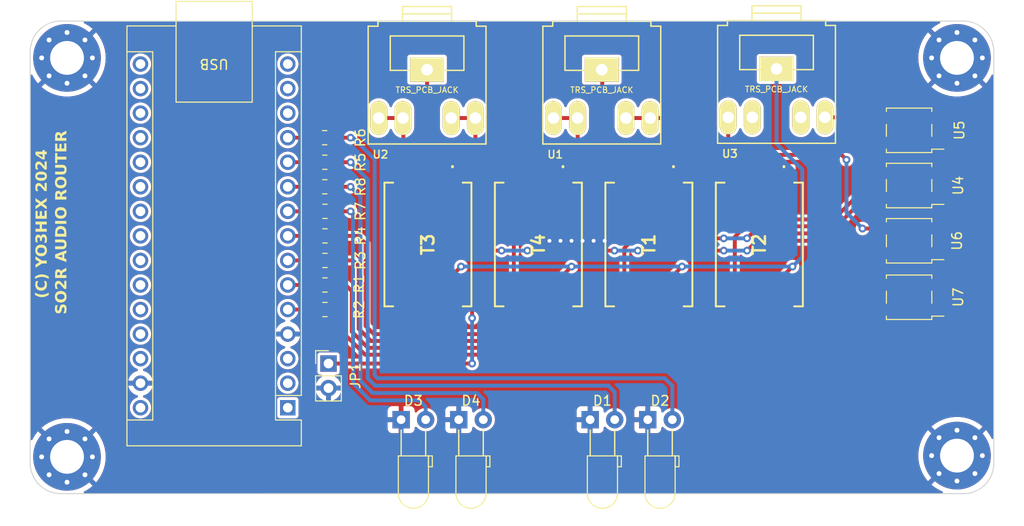
<source format=kicad_pcb>
(kicad_pcb (version 20240108) (generator "pcbnew") (generator_version "8.0")
  (layers (0 "F.Cu" signal) (31 "B.Cu" signal) (34 "B.Paste" user) (35 "F.Paste" user) (36 "B.SilkS" user "B.Silkscreen") (37 "F.SilkS" user "F.Silkscreen") (38 "B.Mask" user) (39 "F.Mask" user) (44 "Edge.Cuts" user))
  (net 0 "")
  (net 1 "GND")
  (net 2 "Net-(T1-Pad1)")
  (net 7 "Net-(T1-Pad3)")
  (net 8 "Net-(T1-Pad4)")
  (net 9 "Net-(T2-Pad4)")
  (net 10 "Net-(T3-Pad1)")
  (net 12 "Net-(T3-Pad3)")
  (net 15 "Net-(T4-Pad4)")
  (net 17 "Net-(T3-Pad4)")
  (net 18 "A_GND")
  (net 19 "L_CHAN")
  (net 20 "R_CHAN")
  (net 21 "P1")
  (net 22 "P2")
  (net 23 "P3")
  (net 24 "P4")
  (net 25 "Net-(R1-Pad1)")
  (net 26 "Net-(R2-Pad1)")
  (net 27 "Net-(R3-Pad1)")
  (net 28 "Net-(R4-Pad1)")
  (net 31 "Net-(T2-Pad3)")
  (net 32 "Net-(T4-Pad3)")
  (net 39 "Net-(A1-D7)")
  (net 45 "Net-(A1-D8)")
  (net 47 "Net-(A1-D9)")
  (net 51 "Net-(A1-D6)")
  (net 52 "5V_VCC")
  (net 57 "Net-(D1-A)")
  (net 58 "Net-(D2-A)")
  (net 59 "Net-(D3-A)")
  (net 60 "Net-(D4-A)")
  (footprint "CUSTOM_FOOTPRINTS:SO-4_4.4x4.3mm_P2.54mm" (layer "F.Cu") (at 204.851 81.28 180)
    (property "Reference" "U4" (at -5.08 0 -90) (layer "F.SilkS"))
    (property "Value" "TLP222A")
    (pad "1" smd rect (at -3 -1.27 90) (size 1.2 2) (layers "F.Cu" "F.Paste" "F.Mask") (net 25 "Net-(R1-Pad1)"))
    (pad "2" smd rect (at -3 1.27 90) (size 1.2 2) (layers "F.Cu" "F.Paste" "F.Mask") (net 1 "GND"))
    (pad "3" smd rect (at 3 1.27 90) (size 1.2 2) (layers "F.Cu" "F.Paste" "F.Mask") (net 19 "L_CHAN"))
    (pad "4" smd rect (at 3 -1.27 90) (size 1.2 2) (layers "F.Cu" "F.Paste" "F.Mask") (net 9 "Net-(T2-Pad4)"))
  )
  (footprint "Resistor_SMD:R_0805_2012Metric_Pad1.20x1.40mm_HandSolder" (layer "F.Cu") (at 144.415 91.567 180)
    (property "Reference" "R1" (at -3.54 0.127 90) (layer "F.SilkS"))
    (property "Value" "470R" (hide yes))
    (pad "1" smd roundrect (at -1 0 180) (size 1.2 1.4) (layers "F.Cu" "F.Paste" "F.Mask") (roundrect_rratio 0.2083333333) (net 25 "Net-(R1-Pad1)"))
    (pad "2" smd roundrect (at 1 0 180) (size 1.2 1.4) (layers "F.Cu" "F.Paste" "F.Mask") (roundrect_rratio 0.2083333333) (net 21 "P1"))
  )
  (footprint "MountingHole:MountingHole_3.5mm_Pad_Via" (layer "F.Cu") (at 117.729 109.347)
    (property "Reference" "H3" (hide yes))
    (property "Value" "MountingHole_Pad")
    (pad "1" thru_hole circle (at -2.625 0) (size 0.8 0.8) (drill 0.5) (layers "*.Cu" "*.Mask") (net 1 "GND"))
    (pad "1" thru_hole circle (at -1.856155 -1.856155) (size 0.8 0.8) (drill 0.5) (layers "*.Cu" "*.Mask") (net 1 "GND"))
    (pad "1" thru_hole circle (at -1.856155 1.856155) (size 0.8 0.8) (drill 0.5) (layers "*.Cu" "*.Mask") (net 1 "GND"))
    (pad "1" thru_hole circle (at 0 -2.625) (size 0.8 0.8) (drill 0.5) (layers "*.Cu" "*.Mask") (net 1 "GND"))
    (pad "1" thru_hole circle (at 0 0) (size 7 7) (drill 3.5) (layers "*.Cu" "*.Mask") (net 1 "GND"))
    (pad "1" thru_hole circle (at 0 2.625) (size 0.8 0.8) (drill 0.5) (layers "*.Cu" "*.Mask") (net 1 "GND"))
    (pad "1" thru_hole circle (at 1.856155 -1.856155) (size 0.8 0.8) (drill 0.5) (layers "*.Cu" "*.Mask") (net 1 "GND"))
    (pad "1" thru_hole circle (at 1.856155 1.856155) (size 0.8 0.8) (drill 0.5) (layers "*.Cu" "*.Mask") (net 1 "GND"))
    (pad "1" thru_hole circle (at 2.625 0) (size 0.8 0.8) (drill 0.5) (layers "*.Cu" "*.Mask") (net 1 "GND"))
  )
  (footprint "LED_THT:LED_D3.0mm_Horizontal_O3.81mm_Z2.0mm" (layer "F.Cu") (at 152.293 105.501)
    (property "Reference" "D3" (at 1.27 -1.96 0) (layer "F.SilkS"))
    (property "Value" "LED")
    (pad "1" thru_hole rect (at 0 0) (size 1.8 1.8) (drill 0.9) (layers "*.Cu" "*.Mask") (net 1 "GND"))
    (pad "2" thru_hole circle (at 2.54 0) (size 1.8 1.8) (drill 0.9) (layers "*.Cu" "*.Mask") (net 59 "Net-(D3-A)"))
  )
  (footprint "LED_THT:LED_D3.0mm_Horizontal_O3.81mm_Z2.0mm" (layer "F.Cu") (at 177.813334 105.501)
    (property "Reference" "D2" (at 1.27 -1.96 0) (layer "F.SilkS"))
    (property "Value" "LED")
    (pad "1" thru_hole rect (at 0 0) (size 1.8 1.8) (drill 0.9) (layers "*.Cu" "*.Mask") (net 1 "GND"))
    (pad "2" thru_hole circle (at 2.54 0) (size 1.8 1.8) (drill 0.9) (layers "*.Cu" "*.Mask") (net 58 "Net-(D2-A)"))
  )
  (footprint "MountingHole:MountingHole_3.5mm_Pad_Via" (layer "F.Cu") (at 209.804 109.22)
    (property "Reference" "H4" (hide yes))
    (property "Value" "MountingHole_Pad")
    (pad "1" thru_hole circle (at -2.625 0) (size 0.8 0.8) (drill 0.5) (layers "*.Cu" "*.Mask") (net 1 "GND"))
    (pad "1" thru_hole circle (at -1.856155 -1.856155) (size 0.8 0.8) (drill 0.5) (layers "*.Cu" "*.Mask") (net 1 "GND"))
    (pad "1" thru_hole circle (at -1.856155 1.856155) (size 0.8 0.8) (drill 0.5) (layers "*.Cu" "*.Mask") (net 1 "GND"))
    (pad "1" thru_hole circle (at 0 -2.625) (size 0.8 0.8) (drill 0.5) (layers "*.Cu" "*.Mask") (net 1 "GND"))
    (pad "1" thru_hole circle (at 0 0) (size 7 7) (drill 3.5) (layers "*.Cu" "*.Mask") (net 1 "GND"))
    (pad "1" thru_hole circle (at 0 2.625) (size 0.8 0.8) (drill 0.5) (layers "*.Cu" "*.Mask") (net 1 "GND"))
    (pad "1" thru_hole circle (at 1.856155 -1.856155) (size 0.8 0.8) (drill 0.5) (layers "*.Cu" "*.Mask") (net 1 "GND"))
    (pad "1" thru_hole circle (at 1.856155 1.856155) (size 0.8 0.8) (drill 0.5) (layers "*.Cu" "*.Mask") (net 1 "GND"))
    (pad "1" thru_hole circle (at 2.625 0) (size 0.8 0.8) (drill 0.5) (layers "*.Cu" "*.Mask") (net 1 "GND"))
  )
  (footprint "Resistor_SMD:R_0805_2012Metric_Pad1.20x1.40mm_HandSolder" (layer "F.Cu") (at 144.415 86.487 180)
    (property "Reference" "R4" (at -3.667 0 -90) (layer "F.SilkS"))
    (property "Value" "470R" (hide yes))
    (pad "1" smd roundrect (at -1 0 180) (size 1.2 1.4) (layers "F.Cu" "F.Paste" "F.Mask") (roundrect_rratio 0.2083333333) (net 28 "Net-(R4-Pad1)"))
    (pad "2" smd roundrect (at 1 0 180) (size 1.2 1.4) (layers "F.Cu" "F.Paste" "F.Mask") (roundrect_rratio 0.2083333333) (net 22 "P2"))
  )
  (footprint "CUSTOM_FOOTPRINTS:SMLP5002E" (layer "F.Cu") (at 166.497 87.376 -90)
    (property "Reference" "T4" (at 0 0 90) (layer "F.SilkS") (effects (font (size 1.27 1.27) (thickness 0.254))))
    (property "Value" "SM-LP-5002E" (hide yes))
    (pad "1" smd rect (at -6 -2.54) (size 1.8 4) (layers "F.Cu" "F.Paste" "F.Mask") (net 10 "Net-(T3-Pad1)"))
    (pad "2" smd rect (at -6 0) (size 1.8 4) (layers "F.Cu" "F.Paste" "F.Mask"))
    (pad "3" smd rect (at -6 2.54) (size 1.8 4) (layers "F.Cu" "F.Paste" "F.Mask") (net 32 "Net-(T4-Pad3)"))
    (pad "4" smd rect (at 6 2.54) (size 1.8 4) (layers "F.Cu" "F.Paste" "F.Mask") (net 15 "Net-(T4-Pad4)"))
    (pad "5" smd rect (at 6 0) (size 1.8 4) (layers "F.Cu" "F.Paste" "F.Mask"))
    (pad "6" smd rect (at 6 -2.54) (size 1.8 4) (layers "F.Cu" "F.Paste" "F.Mask") (net 18 "A_GND"))
  )
  (footprint "MountingHole:MountingHole_3.5mm_Pad_Via" (layer "F.Cu") (at 117.729 68.072)
    (property "Reference" "H1" (hide yes))
    (property "Value" "MountingHole_Pad")
    (pad "1" thru_hole circle (at -2.625 0) (size 0.8 0.8) (drill 0.5) (layers "*.Cu" "*.Mask") (net 1 "GND"))
    (pad "1" thru_hole circle (at -1.856155 -1.856155) (size 0.8 0.8) (drill 0.5) (layers "*.Cu" "*.Mask") (net 1 "GND"))
    (pad "1" thru_hole circle (at -1.856155 1.856155) (size 0.8 0.8) (drill 0.5) (layers "*.Cu" "*.Mask") (net 1 "GND"))
    (pad "1" thru_hole circle (at 0 -2.625) (size 0.8 0.8) (drill 0.5) (layers "*.Cu" "*.Mask") (net 1 "GND"))
    (pad "1" thru_hole circle (at 0 0) (size 7 7) (drill 3.5) (layers "*.Cu" "*.Mask") (net 1 "GND"))
    (pad "1" thru_hole circle (at 0 2.625) (size 0.8 0.8) (drill 0.5) (layers "*.Cu" "*.Mask") (net 1 "GND"))
    (pad "1" thru_hole circle (at 1.856155 -1.856155) (size 0.8 0.8) (drill 0.5) (layers "*.Cu" "*.Mask") (net 1 "GND"))
    (pad "1" thru_hole circle (at 1.856155 1.856155) (size 0.8 0.8) (drill 0.5) (layers "*.Cu" "*.Mask") (net 1 "GND"))
    (pad "1" thru_hole circle (at 2.625 0) (size 0.8 0.8) (drill 0.5) (layers "*.Cu" "*.Mask") (net 1 "GND"))
  )
  (footprint "Resistor_SMD:R_0805_2012Metric_Pad1.20x1.40mm_HandSolder" (layer "F.Cu") (at 144.415 83.947 180)
    (property "Reference" "R7" (at -3.667 0 -90) (layer "F.SilkS"))
    (property "Value" "470R")
    (pad "1" smd roundrect (at -1 0 180) (size 1.2 1.4) (layers "F.Cu" "F.Paste" "F.Mask") (roundrect_rratio 0.2083333333) (net 59 "Net-(D3-A)"))
    (pad "2" smd roundrect (at 1 0 180) (size 1.2 1.4) (layers "F.Cu" "F.Paste" "F.Mask") (roundrect_rratio 0.2083333333) (net 51 "Net-(A1-D6)"))
  )
  (footprint "Module:Arduino_Nano" (layer "F.Cu") (at 140.569 104.267 180)
    (property "Reference" "A1" (hide yes))
    (property "Value" "Arduino_Nano_v3.x")
    (fp_text user "USB" (at 7.62 35.56 180) (layer "F.SilkS"))
    (pad "1" thru_hole rect (at 0 0 180) (size 1.6 1.6) (drill 1) (layers "*.Cu" "*.Mask"))
    (pad "2" thru_hole oval (at 0 2.54 180) (size 1.6 1.6) (drill 1) (layers "*.Cu" "*.Mask"))
    (pad "3" thru_hole oval (at 0 5.08 180) (size 1.6 1.6) (drill 1) (layers "*.Cu" "*.Mask"))
    (pad "4" thru_hole oval (at 0 7.62 180) (size 1.6 1.6) (drill 1) (layers "*.Cu" "*.Mask") (net 1 "GND"))
    (pad "5" thru_hole oval (at 0 10.16 180) (size 1.6 1.6) (drill 1) (layers "*.Cu" "*.Mask") (net 24 "P4"))
    (pad "6" thru_hole oval (at 0 12.7 180) (size 1.6 1.6) (drill 1) (layers "*.Cu" "*.Mask") (net 21 "P1"))
    (pad "7" thru_hole oval (at 0 15.24 180) (size 1.6 1.6) (drill 1) (layers "*.Cu" "*.Mask") (net 23 "P3"))
    (pad "8" thru_hole oval (at 0 17.78 180) (size 1.6 1.6) (drill 1) (layers "*.Cu" "*.Mask") (net 22 "P2"))
    (pad "9" thru_hole oval (at 0 20.32 180) (size 1.6 1.6) (drill 1) (layers "*.Cu" "*.Mask") (net 51 "Net-(A1-D6)"))
    (pad "10" thru_hole oval (at 0 22.86 180) (size 1.6 1.6) (drill 1) (layers "*.Cu" "*.Mask") (net 39 "Net-(A1-D7)"))
    (pad "11" thru_hole oval (at 0 25.4 180) (size 1.6 1.6) (drill 1) (layers "*.Cu" "*.Mask") (net 45 "Net-(A1-D8)"))
    (pad "12" thru_hole oval (at 0 27.94 180) (size 1.6 1.6) (drill 1) (layers "*.Cu" "*.Mask") (net 47 "Net-(A1-D9)"))
    (pad "13" thru_hole oval (at 0 30.48 180) (size 1.6 1.6) (drill 1) (layers "*.Cu" "*.Mask"))
    (pad "14" thru_hole oval (at 0 33.02 180) (size 1.6 1.6) (drill 1) (layers "*.Cu" "*.Mask"))
    (pad "15" thru_hole oval (at 0 35.56 180) (size 1.6 1.6) (drill 1) (layers "*.Cu" "*.Mask"))
    (pad "16" thru_hole oval (at 15.24 35.56 180) (size 1.6 1.6) (drill 1) (layers "*.Cu" "*.Mask"))
    (pad "17" thru_hole oval (at 15.24 33.02 180) (size 1.6 1.6) (drill 1) (layers "*.Cu" "*.Mask"))
    (pad "18" thru_hole oval (at 15.24 30.48 180) (size 1.6 1.6) (drill 1) (layers "*.Cu" "*.Mask"))
    (pad "19" thru_hole oval (at 15.24 27.94 180) (size 1.6 1.6) (drill 1) (layers "*.Cu" "*.Mask"))
    (pad "20" thru_hole oval (at 15.24 25.4 180) (size 1.6 1.6) (drill 1) (layers "*.Cu" "*.Mask"))
    (pad "21" thru_hole oval (at 15.24 22.86 180) (size 1.6 1.6) (drill 1) (layers "*.Cu" "*.Mask"))
    (pad "22" thru_hole oval (at 15.24 20.32 180) (size 1.6 1.6) (drill 1) (layers "*.Cu" "*.Mask"))
    (pad "23" thru_hole oval (at 15.24 17.78 180) (size 1.6 1.6) (drill 1) (layers "*.Cu" "*.Mask"))
    (pad "24" thru_hole oval (at 15.24 15.24 180) (size 1.6 1.6) (drill 1) (layers "*.Cu" "*.Mask"))
    (pad "25" thru_hole oval (at 15.24 12.7 180) (size 1.6 1.6) (drill 1) (layers "*.Cu" "*.Mask"))
    (pad "26" thru_hole oval (at 15.24 10.16 180) (size 1.6 1.6) (drill 1) (layers "*.Cu" "*.Mask"))
    (pad "27" thru_hole oval (at 15.24 7.62 180) (size 1.6 1.6) (drill 1) (layers "*.Cu" "*.Mask") (net 52 "5V_VCC"))
    (pad "28" thru_hole oval (at 15.24 5.08 180) (size 1.6 1.6) (drill 1) (layers "*.Cu" "*.Mask"))
    (pad "29" thru_hole oval (at 15.24 2.54 180) (size 1.6 1.6) (drill 1) (layers "*.Cu" "*.Mask") (net 1 "GND"))
    (pad "30" thru_hole oval (at 15.24 0 180) (size 1.6 1.6) (drill 1) (layers "*.Cu" "*.Mask"))
  )
  (footprint "CUSTOM_FOOTPRINTS:SMLP5002E" (layer "F.Cu") (at 155.067 87.376 -90)
    (property "Reference" "T3" (at 0 0 90) (layer "F.SilkS") (effects (font (size 1.27 1.27) (thickness 0.254))))
    (property "Value" "SM-LP-5002E" (hide yes))
    (pad "1" smd rect (at -6 -2.54) (size 1.8 4) (layers "F.Cu" "F.Paste" "F.Mask") (net 10 "Net-(T3-Pad1)"))
    (pad "2" smd rect (at -6 0) (size 1.8 4) (layers "F.Cu" "F.Paste" "F.Mask"))
    (pad "3" smd rect (at -6 2.54) (size 1.8 4) (layers "F.Cu" "F.Paste" "F.Mask") (net 12 "Net-(T3-Pad3)"))
    (pad "4" smd rect (at 6 2.54) (size 1.8 4) (layers "F.Cu" "F.Paste" "F.Mask") (net 17 "Net-(T3-Pad4)"))
    (pad "5" smd rect (at 6 0) (size 1.8 4) (layers "F.Cu" "F.Paste" "F.Mask"))
    (pad "6" smd rect (at 6 -2.54) (size 1.8 4) (layers "F.Cu" "F.Paste" "F.Mask") (net 18 "A_GND"))
  )
  (footprint "Resistor_SMD:R_0805_2012Metric_Pad1.20x1.40mm_HandSolder" (layer "F.Cu") (at 144.415 94.107 180)
    (property "Reference" "R2" (at -3.54 0 -90) (layer "F.SilkS"))
    (property "Value" "470R" (hide yes))
    (pad "1" smd roundrect (at -1 0 180) (size 1.2 1.4) (layers "F.Cu" "F.Paste" "F.Mask") (roundrect_rratio 0.2083333333) (net 26 "Net-(R2-Pad1)"))
    (pad "2" smd roundrect (at 1 0 180) (size 1.2 1.4) (layers "F.Cu" "F.Paste" "F.Mask") (roundrect_rratio 0.2083333333) (net 24 "P4"))
  )
  (footprint "LED_THT:LED_D3.0mm_Horizontal_O3.81mm_Z2.0mm" (layer "F.Cu") (at 158.255333 105.501)
    (property "Reference" "D4" (at 1.27 -1.96 0) (layer "F.SilkS"))
    (property "Value" "LED")
    (pad "1" thru_hole rect (at 0 0) (size 1.8 1.8) (drill 0.9) (layers "*.Cu" "*.Mask") (net 1 "GND"))
    (pad "2" thru_hole circle (at 2.54 0) (size 1.8 1.8) (drill 0.9) (layers "*.Cu" "*.Mask") (net 60 "Net-(D4-A)"))
  )
  (footprint "CUSTOM_FOOTPRINTS:SMLP5002E" (layer "F.Cu") (at 177.927 87.376 -90)
    (property "Reference" "T1" (at 0 0 90) (layer "F.SilkS") (effects (font (size 1.27 1.27) (thickness 0.254))))
    (property "Value" "SM-LP-5002E" (hide yes))
    (pad "1" smd rect (at -6 -2.54) (size 1.8 4) (layers "F.Cu" "F.Paste" "F.Mask") (net 2 "Net-(T1-Pad1)"))
    (pad "2" smd rect (at -6 0) (size 1.8 4) (layers "F.Cu" "F.Paste" "F.Mask"))
    (pad "3" smd rect (at -6 2.54) (size 1.8 4) (layers "F.Cu" "F.Paste" "F.Mask") (net 7 "Net-(T1-Pad3)"))
    (pad "4" smd rect (at 6 2.54) (size 1.8 4) (layers "F.Cu" "F.Paste" "F.Mask") (net 8 "Net-(T1-Pad4)"))
    (pad "5" smd rect (at 6 0) (size 1.8 4) (layers "F.Cu" "F.Paste" "F.Mask"))
    (pad "6" smd rect (at 6 -2.54) (size 1.8 4) (layers "F.Cu" "F.Paste" "F.Mask") (net 18 "A_GND"))
  )
  (footprint "CUSTOM_FOOTPRINTS:SMLP5002E" (layer "F.Cu") (at 189.357 87.376 -90)
    (property "Reference" "T2" (at 0 0 90) (layer "F.SilkS") (effects (font (size 1.27 1.27) (thickness 0.254))))
    (property "Value" "SM-LP-5002E" (hide yes))
    (pad "1" smd rect (at -6 -2.54) (size 1.8 4) (layers "F.Cu" "F.Paste" "F.Mask") (net 2 "Net-(T1-Pad1)"))
    (pad "2" smd rect (at -6 0) (size 1.8 4) (layers "F.Cu" "F.Paste" "F.Mask"))
    (pad "3" smd rect (at -6 2.54) (size 1.8 4) (layers "F.Cu" "F.Paste" "F.Mask") (net 31 "Net-(T2-Pad3)"))
    (pad "4" smd rect (at 6 2.54) (size 1.8 4) (layers "F.Cu" "F.Paste" "F.Mask") (net 9 "Net-(T2-Pad4)"))
    (pad "5" smd rect (at 6 0) (size 1.8 4) (layers "F.Cu" "F.Paste" "F.Mask"))
    (pad "6" smd rect (at 6 -2.54) (size 1.8 4) (layers "F.Cu" "F.Paste" "F.Mask") (net 18 "A_GND"))
  )
  (footprint "MountingHole:MountingHole_3.5mm_Pad_Via" (layer "F.Cu") (at 209.804 68.072)
    (property "Reference" "H2" (hide yes))
    (property "Value" "MountingHole_Pad" (hide yes))
    (pad "1" thru_hole circle (at -2.625 0) (size 0.8 0.8) (drill 0.5) (layers "*.Cu" "*.Mask") (net 1 "GND"))
    (pad "1" thru_hole circle (at -1.856155 -1.856155) (size 0.8 0.8) (drill 0.5) (layers "*.Cu" "*.Mask") (net 1 "GND"))
    (pad "1" thru_hole circle (at -1.856155 1.856155) (size 0.8 0.8) (drill 0.5) (layers "*.Cu" "*.Mask") (net 1 "GND"))
    (pad "1" thru_hole circle (at 0 -2.625) (size 0.8 0.8) (drill 0.5) (layers "*.Cu" "*.Mask") (net 1 "GND"))
    (pad "1" thru_hole circle (at 0 0) (size 7 7) (drill 3.5) (layers "*.Cu" "*.Mask") (net 1 "GND"))
    (pad "1" thru_hole circle (at 0 2.625) (size 0.8 0.8) (drill 0.5) (layers "*.Cu" "*.Mask") (net 1 "GND"))
    (pad "1" thru_hole circle (at 1.856155 -1.856155) (size 0.8 0.8) (drill 0.5) (layers "*.Cu" "*.Mask") (net 1 "GND"))
    (pad "1" thru_hole circle (at 1.856155 1.856155) (size 0.8 0.8) (drill 0.5) (layers "*.Cu" "*.Mask") (net 1 "GND"))
    (pad "1" thru_hole circle (at 2.625 0) (size 0.8 0.8) (drill 0.5) (layers "*.Cu" "*.Mask") (net 1 "GND"))
  )
  (footprint "Connector_PinHeader_2.54mm:PinHeader_1x02_P2.54mm_Vertical" (layer "F.Cu") (at 144.78 99.695)
    (property "Reference" "JP1" (at 2.794001 1.269999 -90) (layer "F.SilkS"))
    (property "Value" "GND LIFT")
    (pad "1" thru_hole rect (at 0 0) (size 1.7 1.7) (drill 1) (layers "*.Cu" "*.Mask") (net 18 "A_GND"))
    (pad "2" thru_hole oval (at 0 2.54) (size 1.7 1.7) (drill 1) (layers "*.Cu" "*.Mask") (net 1 "GND"))
  )
  (footprint "Resistor_SMD:R_0805_2012Metric_Pad1.20x1.40mm_HandSolder" (layer "F.Cu") (at 144.399 78.867 180)
    (property "Reference" "R5" (at -3.683 0 -90) (layer "F.SilkS"))
    (property "Value" "470R")
    (pad "1" smd roundrect (at -1 0 180) (size 1.2 1.4) (layers "F.Cu" "F.Paste" "F.Mask") (roundrect_rratio 0.2083333333) (net 57 "Net-(D1-A)"))
    (pad "2" smd roundrect (at 1 0 180) (size 1.2 1.4) (layers "F.Cu" "F.Paste" "F.Mask") (roundrect_rratio 0.2083333333) (net 45 "Net-(A1-D8)"))
  )
  (footprint "CUSTOM_FOOTPRINTS:SO-4_4.4x4.3mm_P2.54mm" (layer "F.Cu") (at 204.851 86.995 180)
    (property "Reference" "U6" (at -4.953 0 -90) (layer "F.SilkS"))
    (property "Value" "TLP222A")
    (pad "1" smd rect (at -3 -1.27 90) (size 1.2 2) (layers "F.Cu" "F.Paste" "F.Mask") (net 27 "Net-(R3-Pad1)"))
    (pad "2" smd rect (at -3 1.27 90) (size 1.2 2) (layers "F.Cu" "F.Paste" "F.Mask") (net 1 "GND"))
    (pad "3" smd rect (at 3 1.27 90) (size 1.2 2) (layers "F.Cu" "F.Paste" "F.Mask") (net 20 "R_CHAN"))
    (pad "4" smd rect (at 3 -1.27 90) (size 1.2 2) (layers "F.Cu" "F.Paste" "F.Mask") (net 8 "Net-(T1-Pad4)"))
  )
  (footprint "LED_THT:LED_D3.0mm_Horizontal_O3.81mm_Z2.0mm" (layer "F.Cu") (at 171.851 105.501)
    (property "Reference" "D1" (at 1.27 -1.96 0) (layer "F.SilkS"))
    (property "Value" "LED")
    (pad "1" thru_hole rect (at 0 0) (size 1.8 1.8) (drill 0.9) (layers "*.Cu" "*.Mask") (net 1 "GND"))
    (pad "2" thru_hole circle (at 2.54 0) (size 1.8 1.8) (drill 0.9) (layers "*.Cu" "*.Mask") (net 57 "Net-(D1-A)"))
  )
  (footprint "CUSTOM_FOOTPRINTS:STEREO_3.5MM_PCB" (layer "F.Cu") (at 173.0575 70.885)
    (property "Reference" "U1" (at -4.826 7.1755 180) (layer "F.SilkS") (effects (font (size 0.8 0.8))))
    (property "Value" "TRS_PCB_JACK" (at 0 0.508 180) (layer "F.SilkS") (effects (font (size 0.6 0.6) (thickness 0.1))))
    (pad "R" thru_hole oval (at 5 3.41) (size 1.75 3.5) (drill 1.2) (layers "*.Cu" "*.Mask" "F.SilkS") (net 31 "Net-(T2-Pad3)"))
    (pad "RN" thru_hole oval (at 2.5 3.41) (size 1.75 3.5) (drill 1.2) (layers "*.Cu" "*.Mask" "F.SilkS") (net 31 "Net-(T2-Pad3)"))
    (pad "S" thru_hole rect (at 0 -1.596) (size 3.5 2.5) (drill 1.2) (layers "*.Cu" "*.Mask" "F.SilkS") (net 2 "Net-(T1-Pad1)"))
    (pad "T" thru_hole oval (at -5 3.41) (size 1.75 3.5) (drill 1.2) (layers "*.Cu" "*.Mask" "F.SilkS") (net 7 "Net-(T1-Pad3)"))
    (pad "TN" thru_hole oval (at -2.5 3.41) (size 1.75 3.5) (drill 1.2) (layers "*.Cu" "*.Mask" "F.SilkS") (net 7 "Net-(T1-Pad3)"))
  )
  (footprint "CUSTOM_FOOTPRINTS:STEREO_3.5MM_PCB" (layer "F.Cu") (at 191.135 70.811)
    (property "Reference" "U3" (at -4.826 7.1755 0) (layer "F.SilkS") (effects (font (size 0.8 0.8))))
    (property "Value" "TRS_PCB_JACK" (at 0 0.508 0) (layer "F.SilkS") (effects (font (size 0.6 0.6) (thickness 0.1))))
    (pad "R" thru_hole oval (at 5 3.41) (size 1.75 3.5) (drill 1.2) (layers "*.Cu" "*.Mask" "F.SilkS") (net 19 "L_CHAN"))
    (pad "RN" thru_hole oval (at 2.5 3.41) (size 1.75 3.5) (drill 1.2) (layers "*.Cu" "*.Mask" "F.SilkS"))
    (pad "S" thru_hole rect (at 0 -1.596) (size 3.5 2.5) (drill 1.2) (layers "*.Cu" "*.Mask" "F.SilkS") (net 18 "A_GND"))
    (pad "T" thru_hole oval (at -5 3.41) (size 1.75 3.5) (drill 1.2) (layers "*.Cu" "*.Mask" "F.SilkS") (net 20 "R_CHAN"))
    (pad "TN" thru_hole oval (at -2.5 3.41) (size 1.75 3.5) (drill 1.2) (layers "*.Cu" "*.Mask" "F.SilkS"))
  )
  (footprint "Resistor_SMD:R_0805_2012Metric_Pad1.20x1.40mm_HandSolder" (layer "F.Cu") (at 144.383 76.327 180)
    (property "Reference" "R6" (at -3.699 0 -90) (layer "F.SilkS"))
    (property "Value" "470R")
    (pad "1" smd roundrect (at -1 0 180) (size 1.2 1.4) (layers "F.Cu" "F.Paste" "F.Mask") (roundrect_rratio 0.2083333333) (net 58 "Net-(D2-A)"))
    (pad "2" smd roundrect (at 1 0 180) (size 1.2 1.4) (layers "F.Cu" "F.Paste" "F.Mask") (roundrect_rratio 0.2083333333) (net 47 "Net-(A1-D9)"))
  )
  (footprint "Resistor_SMD:R_0805_2012Metric_Pad1.20x1.40mm_HandSolder" (layer "F.Cu") (at 144.415 89.027 180)
    (property "Reference" "R3" (at -3.667 0 -90) (layer "F.SilkS"))
    (property "Value" "470R" (hide yes))
    (pad "1" smd roundrect (at -1 0 180) (size 1.2 1.4) (layers "F.Cu" "F.Paste" "F.Mask") (roundrect_rratio 0.2083333333) (net 27 "Net-(R3-Pad1)"))
    (pad "2" smd roundrect (at 1 0 180) (size 1.2 1.4) (layers "F.Cu" "F.Paste" "F.Mask") (roundrect_rratio 0.2083333333) (net 23 "P3"))
  )
  (footprint "CUSTOM_FOOTPRINTS:SO-4_4.4x4.3mm_P2.54mm" (layer "F.Cu") (at 204.851 92.837 180)
    (property "Reference" "U7" (at -5.08 0 -90) (layer "F.SilkS"))
    (property "Value" "TLP222A")
    (pad "1" smd rect (at -3 -1.27 90) (size 1.2 2) (layers "F.Cu" "F.Paste" "F.Mask") (net 28 "Net-(R4-Pad1)"))
    (pad "2" smd rect (at -3 1.27 90) (size 1.2 2) (layers "F.Cu" "F.Paste" "F.Mask") (net 1 "GND"))
    (pad "3" smd rect (at 3 1.27 90) (size 1.2 2) (layers "F.Cu" "F.Paste" "F.Mask") (net 20 "R_CHAN"))
    (pad "4" smd rect (at 3 -1.27 90) (size 1.2 2) (layers "F.Cu" "F.Paste" "F.Mask") (net 17 "Net-(T3-Pad4)"))
  )
  (footprint "CUSTOM_FOOTPRINTS:SO-4_4.4x4.3mm_P2.54mm" (layer "F.Cu") (at 204.851 75.565 180)
    (property "Reference" "U5" (at -5.207 0 -90) (layer "F.SilkS"))
    (property "Value" "TLP222A" (hide yes))
    (pad "1" smd rect (at -3 -1.27 90) (size 1.2 2) (layers "F.Cu" "F.Paste" "F.Mask") (net 26 "Net-(R2-Pad1)"))
    (pad "2" smd rect (at -3 1.27 90) (size 1.2 2) (layers "F.Cu" "F.Paste" "F.Mask") (net 1 "GND"))
    (pad "3" smd rect (at 3 1.27 90) (size 1.2 2) (layers "F.Cu" "F.Paste" "F.Mask") (net 19 "L_CHAN"))
    (pad "4" smd rect (at 3 -1.27 90) (size 1.2 2) (layers "F.Cu" "F.Paste" "F.Mask") (net 15 "Net-(T4-Pad4)"))
  )
  (footprint "Resistor_SMD:R_0805_2012Metric_Pad1.20x1.40mm_HandSolder" (layer "F.Cu") (at 144.399 81.407 180)
    (property "Reference" "R8" (at -3.683 0 -90) (layer "F.SilkS"))
    (property "Value" "470R")
    (pad "1" smd roundrect (at -1 0 180) (size 1.2 1.4) (layers "F.Cu" "F.Paste" "F.Mask") (roundrect_rratio 0.2083333333) (net 60 "Net-(D4-A)"))
    (pad "2" smd roundrect (at 1 0 180) (size 1.2 1.4) (layers "F.Cu" "F.Paste" "F.Mask") (roundrect_rratio 0.2083333333) (net 39 "Net-(A1-D7)"))
  )
  (footprint "CUSTOM_FOOTPRINTS:STEREO_3.5MM_PCB" (layer "F.Cu") (at 154.98 70.885)
    (property "Reference" "U2" (at -4.826 7.1755 180) (layer "F.SilkS") (effects (font (size 0.8 0.8))))
    (property "Value" "TRS_PCB_JACK" (at 0 0.508 180) (layer "F.SilkS") (effects (font (size 0.6 0.6) (thickness 0.1))))
    (pad "R" thru_hole oval (at 5 3.41) (size 1.75 3.5) (drill 1.2) (layers "*.Cu" "*.Mask" "F.SilkS") (net 32 "Net-(T4-Pad3)"))
    (pad "RN" thru_hole oval (at 2.5 3.41) (size 1.75 3.5) (drill 1.2) (layers "*.Cu" "*.Mask" "F.SilkS") (net 32 "Net-(T4-Pad3)"))
    (pad "S" thru_hole rect (at 0 -1.596) (size 3.5 2.5) (drill 1.2) (layers "*.Cu" "*.Mask" "F.SilkS") (net 10 "Net-(T3-Pad1)"))
    (pad "T" thru_hole oval (at -5 3.41) (size 1.75 3.5) (drill 1.2) (layers "*.Cu" "*.Mask" "F.SilkS") (net 12 "Net-(T3-Pad3)"))
    (pad "TN" thru_hole oval (at -2.5 3.41) (size 1.75 3.5) (drill 1.2) (layers "*.Cu" "*.Mask" "F.SilkS") (net 12 "Net-(T3-Pad3)"))
  )
  (gr_arc (start 213.614 110.106847) (mid 212.666249 112.268) (end 210.488605 113.156069) (stroke (width 0.1)) (layer "Edge.Cuts"))
  (gr_line (start 213.614 67.437) (end 213.614 110.106847) (stroke (width 0.1)) (layer "Edge.Cuts"))
  (gr_line (start 117.094032 113.157) (end 210.488605 113.156069) (stroke (width 0.1)) (layer "Edge.Cuts"))
  (gr_line (start 117.094 64.262) (end 210.439 64.262) (stroke (width 0.1)) (layer "Edge.Cuts"))
  (gr_line (start 113.919 67.437) (end 113.919 109.982) (stroke (width 0.1)) (layer "Edge.Cuts"))
  (gr_arc (start 210.439 64.262) (mid 212.684064 65.191936) (end 213.614 67.437) (stroke (width 0.1)) (layer "Edge.Cuts"))
  (gr_arc (start 113.919 67.437) (mid 114.848936 65.191936) (end 117.094 64.262) (stroke (width 0.1)) (layer "Edge.Cuts"))
  (gr_arc (start 117.094032 113.157) (mid 114.848936 112.227064) (end 113.919 109.982) (stroke (width 0.1)) (layer "Edge.Cuts"))
  (gr_text "SO2R AUDIO ROUTER" (at 117.856 94.615 90) (layer "F.SilkS") (effects (font (size 1.143 1.143) (thickness 0.2) (bold yes)) (justify left bottom)))
  (gr_text "(C) YO3HEX 2024" (at 115.824 92.964 90) (layer "F.SilkS") (effects (font (size 1.143 1.143) (thickness 0.2) (bold yes)) (justify left bottom)))
  (via (at 168.783 86.995) (size 0.8) (drill 0.4) (layers "F.Cu" "B.Cu") (net 1))
  (via (at 167.64 86.995) (size 0.8) (drill 0.4) (layers "F.Cu" "B.Cu") (net 1))
  (via (at 171.069 86.995) (size 0.8) (drill 0.4) (layers "F.Cu" "B.Cu") (net 1))
  (via (at 169.926 86.995) (size 0.8) (drill 0.4) (layers "F.Cu" "B.Cu") (net 1))
  (via (at 173.355 86.995) (size 0.8) (drill 0.4) (layers "F.Cu" "B.Cu") (net 1))
  (via (at 172.212 86.995) (size 0.8) (drill 0.4) (layers "F.Cu" "B.Cu") (net 1))
  (segment (start 180.467 81.376) (end 180.467 84.201) (width 0.4064) (layer "F.Cu") (net 2))
  (segment (start 181.229 84.963) (end 186.436 84.963) (width 0.4064) (layer "F.Cu") (net 2))
  (segment (start 179.578 77.851) (end 175.26 77.851) (width 0.4064) (layer "F.Cu") (net 2))
  (segment (start 186.436 84.963) (end 187.325 84.074) (width 0.4064) (layer "F.Cu") (net 2))
  (segment (start 180.467 84.201) (end 181.229 84.963) (width 0.4064) (layer "F.Cu") (net 2))
  (segment (start 187.325 84.074) (end 191.389 84.074) (width 0.4064) (layer "F.Cu") (net 2))
  (segment (start 180.467 81.376) (end 180.467 78.74) (width 0.4064) (layer "F.Cu") (net 2))
  (segment (start 175.26 77.851) (end 173.101 75.692) (width 0.4064) (layer "F.Cu") (net 2))
  (segment (start 173.101 75.692) (end 173.101 69.3325) (width 0.4064) (layer "F.Cu") (net 2))
  (segment (start 180.467 78.74) (end 179.578 77.851) (width 0.4064) (layer "F.Cu") (net 2))
  (segment (start 191.897 83.566) (end 191.897 81.376) (width 0.4064) (layer "F.Cu") (net 2))
  (segment (start 191.389 84.074) (end 191.897 83.566) (width 0.4064) (layer "F.Cu") (net 2))
  (segment (start 170.561 74.2985) (end 170.5575 74.295) (width 0.4064) (layer "F.Cu") (net 7))
  (segment (start 174.086 81.376) (end 170.561 77.851) (width 0.4064) (layer "F.Cu") (net 7))
  (segment (start 175.387 81.376) (end 174.086 81.376) (width 0.4064) (layer "F.Cu") (net 7))
  (segment (start 168.0575 74.295) (end 170.5575 74.295) (width 0.4064) (layer "F.Cu") (net 7))
  (segment (start 170.561 77.851) (end 170.561 74.2985) (width 0.4064) (layer "F.Cu") (net 7))
  (segment (start 176.403 86.741) (end 175.387 87.757) (width 0.4064) (layer "F.Cu") (net 8))
  (segment (start 188.580894 86.233) (end 188.079947 86.733947) (width 0.4064) (layer "F.Cu") (net 8))
  (segment (start 175.387 87.757) (end 175.387 93.376) (width 0.4064) (layer "F.Cu") (net 8))
  (segment (start 197.612 86.233) (end 188.580894 86.233) (width 0.4064) (layer "F.Cu") (net 8))
  (segment (start 185.674 86.741) (end 176.403 86.741) (width 0.4064) (layer "F.Cu") (net 8))
  (segment (start 199.644 88.265) (end 197.612 86.233) (width 0.4064) (layer "F.Cu") (net 8))
  (segment (start 201.851 88.265) (end 199.644 88.265) (width 0.4064) (layer "F.Cu") (net 8))
  (via (at 185.674 86.741) (size 0.8) (drill 0.4) (layers "F.Cu" "B.Cu") (net 8))
  (via (at 188.079947 86.733947) (size 0.8) (drill 0.4) (layers "F.Cu" "B.Cu") (net 8))
  (segment (start 188.072894 86.741) (end 188.079947 86.733947) (width 0.4064) (layer "B.Cu") (net 8))
  (segment (start 185.674 86.741) (end 188.072894 86.741) (width 0.4064) (layer "B.Cu") (net 8))
  (segment (start 201.851 82.55) (end 200.279001 82.55) (width 0.4064) (layer "F.Cu") (net 9))
  (segment (start 200.279001 82.55) (end 197.3326 85.4964) (width 0.4064) (layer "F.Cu") (net 9))
  (segment (start 187.914177 85.4964) (end 186.817 86.593577) (width 0.4064) (layer "F.Cu") (net 9))
  (segment (start 186.817 86.593577) (end 186.817 93.376) (width 0.4064) (layer "F.Cu") (net 9))
  (segment (start 197.3326 85.4964) (end 187.914177 85.4964) (width 0.4064) (layer "F.Cu") (net 9))
  (segment (start 157.607 78.994) (end 154.98 76.367) (width 0.4064) (layer "F.Cu") (net 10))
  (segment (start 157.607 81.376) (end 157.607 78.994) (width 0.4064) (layer "F.Cu") (net 10))
  (segment (start 154.98 76.367) (end 154.98 69.289) (width 0.4064) (layer "F.Cu") (net 10))
  (segment (start 168.275 84.455) (end 169.037 83.693) (width 0.4064) (layer "F.Cu") (net 10))
  (segment (start 158.369 84.455) (end 168.275 84.455) (width 0.4064) (layer "F.Cu") (net 10))
  (segment (start 169.037 83.693) (end 169.037 81.376) (width 0.4064) (layer "F.Cu") (net 10))
  (segment (start 157.607 81.376) (end 157.607 83.693) (width 0.4064) (layer "F.Cu") (net 10))
  (segment (start 157.607 83.693) (end 158.369 84.455) (width 0.4064) (layer "F.Cu") (net 10))
  (segment (start 149.98 74.295) (end 152.48 74.295) (width 0.4064) (layer "F.Cu") (net 12))
  (segment (start 152.527 81.376) (end 152.527 74.342) (width 0.4064) (layer "F.Cu") (net 12))
  (segment (start 163.957 86.36) (end 163.957 93.376) (width 0.4064) (layer "F.Cu") (net 15))
  (segment (start 201.451 76.835) (end 199.644 78.642) (width 0.4064) (layer "F.Cu") (net 15))
  (segment (start 199.644 78.642) (end 199.644 82.179212) (width 0.4064) (layer "F.Cu") (net 15))
  (segment (start 187.619588 84.7852) (end 186.679788 85.725) (width 0.4064) (layer "F.Cu") (net 15))
  (segment (start 186.679788 85.725) (end 164.592 85.725) (width 0.4064) (layer "F.Cu") (net 15))
  (segment (start 197.038012 84.7852) (end 187.619588 84.7852) (width 0.4064) (layer "F.Cu") (net 15))
  (segment (start 199.644 82.179212) (end 197.038012 84.7852) (width 0.4064) (layer "F.Cu") (net 15))
  (segment (start 164.592 85.725) (end 163.957 86.36) (width 0.4064) (layer "F.Cu") (net 15))
  (segment (start 176.784 88.011) (end 185.674 88.011) (width 0.4064) (layer "F.Cu") (net 17))
  (segment (start 153.67 88.011) (end 152.527 89.154) (width 0.4064) (layer "F.Cu") (net 17))
  (segment (start 189.103 86.995) (end 188.087 88.011) (width 0.4064) (layer "F.Cu") (net 17))
  (segment (start 200.533 94.107) (end 199.771 93.345) (width 0.4064) (layer "F.Cu") (net 17))
  (segment (start 197.358 86.995) (end 189.103 86.995) (width 0.4064) (layer "F.Cu") (net 17))
  (segment (start 174.371 88.011) (end 165.354 88.011) (width 0.4064) (layer "F.Cu") (net 17))
  (segment (start 201.851 94.107) (end 200.533 94.107) (width 0.4064) (layer "F.Cu") (net 17))
  (segment (start 199.771 93.345) (end 199.771 89.408) (width 0.4064) (layer "F.Cu") (net 17))
  (segment (start 162.687 88.011) (end 153.67 88.011) (width 0.4064) (layer "F.Cu") (net 17))
  (segment (start 199.771 89.408) (end 197.358 86.995) (width 0.4064) (layer "F.Cu") (net 17))
  (segment (start 152.527 89.154) (end 152.527 93.376) (width 0.4064) (layer "F.Cu") (net 17))
  (via (at 162.687 88.011) (size 0.8) (drill 0.4) (layers "F.Cu" "B.Cu") (net 17))
  (via (at 185.674 88.011) (size 0.8) (drill 0.4) (layers "F.Cu" "B.Cu") (net 17))
  (via (at 176.784 88.011) (size 0.8) (drill 0.4) (layers "F.Cu" "B.Cu") (net 17))
  (via (at 165.354 88.011) (size 0.8) (drill 0.4) (layers "F.Cu" "B.Cu") (net 17))
  (via (at 188.087 88.011) (size 0.8) (drill 0.4) (layers "F.Cu" "B.Cu") (net 17))
  (via (at 174.371 88.011) (size 0.8) (drill 0.4) (layers "F.Cu" "B.Cu") (net 17))
  (segment (start 176.784 88.011) (end 174.371 88.011) (width 0.4064) (layer "B.Cu") (net 17))
  (segment (start 165.354 88.011) (end 162.687 88.011) (width 0.4064) (layer "B.Cu") (net 17))
  (segment (start 188.087 88.011) (end 185.674 88.011) (width 0.4064) (layer "B.Cu") (net 17))
  (segment (start 159.639 93.853) (end 159.162 93.376) (width 0.4064) (layer "F.Cu") (net 18))
  (segment (start 159.162 93.376) (end 157.607 93.376) (width 0.4064) (layer "F.Cu") (net 18))
  (segment (start 169.037 90.551) (end 169.926 89.662) (width 0.4064) (layer "F.Cu") (net 18))
  (segment (start 191.897 90.551004) (end 192.786004 89.662) (width 0.4064) (layer "F.Cu") (net 18))
  (segment (start 159.639 94.996) (end 159.639 93.853) (width 0.4064) (layer "F.Cu") (net 18))
  (segment (start 157.607 90.551) (end 158.496 89.662) (width 0.4064) (layer "F.Cu") (net 18))
  (segment (start 144.78 99.695) (end 159.638988 99.695) (width 0.4064) (layer "F.Cu") (net 18))
  (segment (start 180.467 90.551) (end 181.356 89.662) (width 0.4064) (layer "F.Cu") (net 18))
  (segment (start 157.607 93.376) (end 157.607 90.551) (width 0.4064) (layer "F.Cu") (net 18))
  (segment (start 191.897 93.376) (end 191.897 90.551004) (width 0.4064) (layer "F.Cu") (net 18))
  (segment (start 169.037 93.376) (end 169.037 90.551) (width 0.4064) (layer "F.Cu") (net 18))
  (segment (start 180.467 93.376) (end 180.467 90.551) (width 0.4064) (layer "F.Cu") (net 18))
  (via (at 169.926 89.662) (size 0.8) (drill 0.4) (layers "F.Cu" "B.Cu") (net 18))
  (via (at 158.496 89.662) (size 0.8) (drill 0.4) (layers "F.Cu" "B.Cu") (net 18))
  (via (at 192.786004 89.662) (size 0.8) (drill 0.4) (layers "F.Cu" "B.Cu") (net 18))
  (via (at 159.638988 99.695) (size 0.8) (drill 0.4) (layers "F.Cu" "B.Cu") (net 18))
  (via (at 181.356 89.662) (size 0.8) (drill 0.4) (layers "F.Cu" "B.Cu") (net 18))
  (via (at 159.639 94.996) (size 0.8) (drill 0.4) (layers "F.Cu" "B.Cu") (net 18))
  (segment (start 159.639 94.996) (end 159.639 99.694988) (width 0.4064) (layer "B.Cu") (net 18))
  (segment (start 159.639 99.694988) (end 159.638988 99.695) (width 0.4064) (layer "B.Cu") (net 18))
  (segment (start 169.926 89.662) (end 158.496 89.662) (width 0.4064) (layer "B.Cu") (net 18))
  (segment (start 191.135 76.962) (end 193.802 79.629) (width 0.4064) (layer "B.Cu") (net 18))
  (segment (start 169.926 89.662) (end 181.356 89.662) (width 0.4064) (layer "B.Cu") (net 18))
  (segment (start 193.802 79.629) (end 193.802 88.646004) (width 0.4064) (layer "B.Cu") (net 18))
  (segment (start 191.135 69.215) (end 191.135 76.962) (width 0.4064) (layer "B.Cu") (net 18))
  (segment (start 181.356 89.662) (end 192.786004 89.662) (width 0.4064) (layer "B.Cu") (net 18))
  (segment (start 193.802 88.646004) (end 192.786004 89.662) (width 0.4064) (layer "B.Cu") (net 18))
  (segment (start 203.327 74.295) (end 201.851 74.295) (width 0.4064) (layer "F.Cu") (net 19))
  (segment (start 203.454 80.01) (end 203.962 79.502) (width 0.4064) (layer "F.Cu") (net 19))
  (segment (start 203.962 79.502) (end 203.962 74.93) (width 0.4064) (layer "F.Cu") (net 19))
  (segment (start 196.135 74.221) (end 201.777 74.221) (width 0.4064) (layer "F.Cu") (net 19))
  (segment (start 201.851 80.01) (end 203.454 80.01) (width 0.4064) (layer "F.Cu") (net 19))
  (segment (start 203.962 74.93) (end 203.327 74.295) (width 0.4064) (layer "F.Cu") (net 19))
  (segment (start 203.327 91.567) (end 203.835 91.059) (width 0.4064) (layer "F.Cu") (net 20))
  (segment (start 197.866 78.105) (end 198.374 78.613) (width 0.4064) (layer "F.Cu") (net 20))
  (segment (start 201.851 91.567) (end 203.327 91.567) (width 0.4064) (layer "F.Cu") (net 20))
  (segment (start 186.135 74.221) (end 186.135 77.042) (width 0.4064) (layer "F.Cu") (net 20))
  (segment (start 203.835 91.059) (end 203.835 86.106) (width 0.4064) (layer "F.Cu") (net 20))
  (segment (start 186.135 77.042) (end 187.198 78.105) (width 0.4064) (layer "F.Cu") (net 20))
  (segment (start 187.198 78.105) (end 197.866 78.105) (width 0.4064) (layer "F.Cu") (net 20))
  (segment (start 203.454 85.725) (end 201.851 85.725) (width 0.4064) (layer "F.Cu") (net 20))
  (segment (start 201.851 85.725) (end 200.025 85.725) (width 0.4064) (layer "F.Cu") (net 20))
  (segment (start 203.835 86.106) (end 203.454 85.725) (width 0.4064) (layer "F.Cu") (net 20))
  (via (at 200.025 85.725) (size 0.8) (drill 0.4) (layers "F.Cu" "B.Cu") (net 20))
  (via (at 198.374 78.613) (size 0.8) (drill 0.4) (layers "F.Cu" "B.Cu") (net 20))
  (segment (start 198.374 84.074) (end 200.025 85.725) (width 0.4064) (layer "B.Cu") (net 20))
  (segment (start 198.374 78.613) (end 198.374 84.074) (width 0.4064) (layer "B.Cu") (net 20))
  (segment (start 140.569 91.567) (end 143.415 91.567) (width 0.4064) (layer "F.Cu") (net 21))
  (segment (start 140.569 86.487) (end 143.415 86.487) (width 0.4064) (layer "F.Cu") (net 22))
  (segment (start 140.569 89.027) (end 143.415 89.027) (width 0.4064) (layer "F.Cu") (net 23))
  (segment (start 140.569 94.107) (end 143.415 94.107) (width 0.4064) (layer "F.Cu") (net 24))
  (segment (start 147.193 92.202) (end 147.193 96.393) (width 0.4064) (layer "F.Cu") (net 25))
  (segment (start 147.193 96.393) (end 148.8694 98.0694) (width 0.4064) (layer "F.Cu") (net 25))
  (segment (start 211.074 82.55) (end 207.851 82.55) (width 0.4064) (layer "F.Cu") (net 25))
  (segment (start 148.8694 98.0694) (end 210.423812 98.0694) (width 0.4064) (layer "F.Cu") (net 25))
  (segment (start 210.423812 98.0694) (end 211.9122 96.581012) (width 0.4064) (layer "F.Cu") (net 25))
  (segment (start 211.9122 96.581012) (end 211.9122 83.3882) (width 0.4064) (layer "F.Cu") (net 25))
  (segment (start 211.9122 83.3882) (end 211.074 82.55) (width 0.4064) (layer "F.Cu") (net 25))
  (segment (start 145.415 91.567) (end 146.558 91.567) (width 0.4064) (layer "F.Cu") (net 25))
  (segment (start 146.558 91.567) (end 147.193 92.202) (width 0.4064) (layer "F.Cu") (net 25))
  (segment (start 211.963 76.835) (end 207.851 76.835) (width 0.4064) (layer "F.Cu") (net 26))
  (segment (start 146.431 96.647) (end 148.5646 98.7806) (width 0.4064) (layer "F.Cu") (net 26))
  (segment (start 148.5646 98.7806) (end 210.7184 98.7806) (width 0.4064) (layer "F.Cu") (net 26))
  (segment (start 212.6234 77.4954) (end 211.963 76.835) (width 0.4064) (layer "F.Cu") (net 26))
  (segment (start 210.7184 98.7806) (end 212.6234 96.8756) (width 0.4064) (layer "F.Cu") (net 26))
  (segment (start 145.415 94.107) (end 146.05 94.107) (width 0.4064) (layer "F.Cu") (net 26))
  (segment (start 146.431 94.488) (end 146.431 96.647) (width 0.4064) (layer "F.Cu") (net 26))
  (segment (start 146.05 94.107) (end 146.431 94.488) (width 0.4064) (layer "F.Cu") (net 26))
  (segment (start 212.6234 96.8756) (end 212.6234 77.4954) (width 0.4064) (layer "F.Cu") (net 26))
  (segment (start 149.1742 97.3582) (end 210.129224 97.3582) (width 0.4064) (layer "F.Cu") (net 27))
  (segment (start 210.129224 97.3582) (end 211.201 96.286424) (width 0.4064) (layer "F.Cu") (net 27))
  (segment (start 210.566 88.265) (end 207.851 88.265) (width 0.4064) (layer "F.Cu") (net 27))
  (segment (start 147.32 89.027) (end 147.9042 89.6112) (width 0.4064) (layer "F.Cu") (net 27))
  (segment (start 145.415 89.027) (end 147.32 89.027) (width 0.4064) (layer "F.Cu") (net 27))
  (segment (start 147.9042 96.0882) (end 149.1742 97.3582) (width 0.4064) (layer "F.Cu") (net 27))
  (segment (start 211.201 88.9) (end 210.566 88.265) (width 0.4064) (layer "F.Cu") (net 27))
  (segment (start 211.201 96.286424) (end 211.201 88.9) (width 0.4064) (layer "F.Cu") (net 27))
  (segment (start 147.9042 89.6112) (end 147.9042 96.0882) (width 0.4064) (layer "F.Cu") (net 27))
  (segment (start 148.6154 87.2744) (end 147.828 86.487) (width 0.4064) (layer "F.Cu") (net 28))
  (segment (start 207.851 94.107) (end 207.851 95.806) (width 0.4064) (layer "F.Cu") (net 28))
  (segment (start 147.828 86.487) (end 145.415 86.487) (width 0.4064) (layer "F.Cu") (net 28))
  (segment (start 148.6154 95.793612) (end 148.6154 87.2744) (width 0.4064) (layer "F.Cu") (net 28))
  (segment (start 207.01 96.647) (end 149.468788 96.647) (width 0.4064) (layer "F.Cu") (net 28))
  (segment (start 149.468788 96.647) (end 148.6154 95.793612) (width 0.4064) (layer "F.Cu") (net 28))
  (segment (start 207.851 95.806) (end 207.01 96.647) (width 0.4064) (layer "F.Cu") (net 28))
  (segment (start 181.864 74.295) (end 178.0575 74.295) (width 0.4064) (layer "F.Cu") (net 31))
  (segment (start 184.119 81.376) (end 183.134 80.391) (width 0.4064) (layer "F.Cu") (net 31))
  (segment (start 183.134 80.391) (end 183.134 75.565) (width 0.4064) (layer "F.Cu") (net 31))
  (segment (start 175.5575 74.295) (end 178.0575 74.295) (width 0.4064) (layer "F.Cu") (net 31))
  (segment (start 183.134 75.565) (end 181.864 74.295) (width 0.4064) (layer "F.Cu") (net 31))
  (segment (start 186.817 81.376) (end 184.119 81.376) (width 0.4064) (layer "F.Cu") (net 31))
  (segment (start 163.957 81.376) (end 161.259 81.376) (width 0.4064) (layer "F.Cu") (net 32))
  (segment (start 157.48 74.295) (end 159.98 74.295) (width 0.4064) (layer "F.Cu") (net 32))
  (segment (start 159.98 80.097) (end 159.98 74.295) (width 0.4064) (layer "F.Cu") (net 32))
  (segment (start 161.259 81.376) (end 159.98 80.097) (width 0.4064) (layer "F.Cu") (net 32))
  (segment (start 140.569 81.407) (end 143.399 81.407) (width 0.4064) (layer "F.Cu") (net 39))
  (segment (start 140.569 78.867) (end 143.399 78.867) (width 0.4064) (layer "F.Cu") (net 45))
  (segment (start 140.569 76.327) (end 143.383 76.327) (width 0.4064) (layer "F.Cu") (net 47))
  (segment (start 140.569 83.947) (end 143.415 83.947) (width 0.4064) (layer "F.Cu") (net 51))
  (segment (start 145.399 78.867) (end 147.066 78.867) (width 0.4064) (layer "F.Cu") (net 57))
  (via (at 147.066 78.867) (size 0.8) (drill 0.4) (layers "F.Cu" "B.Cu") (net 57))
  (segment (start 148.844 80.645) (end 148.844 101.219) (width 0.4064) (layer "B.Cu") (net 57))
  (segment (start 174.391 102.636) (end 174.391 105.501) (width 0.4064) (layer "B.Cu") (net 57))
  (segment (start 147.066 78.867) (end 148.844 80.645) (width 0.4064) (layer "B.Cu") (net 57))
  (segment (start 149.606 101.981) (end 173.736 101.981) (width 0.4064) (layer "B.Cu") (net 57))
  (segment (start 173.736 101.981) (end 174.391 102.636) (width 0.4064) (layer "B.Cu") (net 57))
  (segment (start 148.844 101.219) (end 149.606 101.981) (width 0.4064) (layer "B.Cu") (net 57))
  (segment (start 145.383 76.327) (end 147.066 76.327) (width 0.4064) (layer "F.Cu") (net 58))
  (via (at 147.066 76.327) (size 0.8) (drill 0.4) (layers "F.Cu" "B.Cu") (net 58))
  (segment (start 147.066 76.327) (end 147.32 76.327) (width 0.4064) (layer "B.Cu") (net 58))
  (segment (start 147.32 76.327) (end 149.5552 78.5622) (width 0.4064) (layer "B.Cu") (net 58))
  (segment (start 180.353334 101.994334) (end 180.353334 105.501) (width 0.4064) (layer "B.Cu") (net 58))
  (segment (start 149.86 101.219) (end 179.578 101.219) (width 0.4064) (layer "B.Cu") (net 58))
  (segment (start 149.5552 78.5622) (end 149.5552 100.9142) (width 0.4064) (layer "B.Cu") (net 58))
  (segment (start 149.5552 100.9142) (end 149.86 101.219) (width 0.4064) (layer "B.Cu") (net 58))
  (segment (start 179.578 101.219) (end 180.353334 101.994334) (width 0.4064) (layer "B.Cu") (net 58))
  (segment (start 145.415 83.947) (end 147.066 83.947) (width 0.4064) (layer "F.Cu") (net 59))
  (via (at 147.066 83.947) (size 0.8) (drill 0.4) (layers "F.Cu" "B.Cu") (net 59))
  (segment (start 149.098 103.505) (end 154.178 103.505) (width 0.4064) (layer "B.Cu") (net 59))
  (segment (start 154.833 104.16) (end 154.833 105.501) (width 0.4064) (layer "B.Cu") (net 59))
  (segment (start 147.32 84.201) (end 147.32 101.727) (width 0.4064) (layer "B.Cu") (net 59))
  (segment (start 147.066 83.947) (end 147.32 84.201) (width 0.4064) (layer "B.Cu") (net 59))
  (segment (start 147.32 101.727) (end 149.098 103.505) (width 0.4064) (layer "B.Cu") (net 59))
  (segment (start 154.178 103.505) (end 154.833 104.16) (width 0.4064) (layer "B.Cu") (net 59))
  (segment (start 145.399 81.407) (end 147.066 81.407) (width 0.4064) (layer "F.Cu") (net 60))
  (via (at 147.066 81.407) (size 0.8) (drill 0.4) (layers "F.Cu" "B.Cu") (net 60))
  (segment (start 147.066 81.407) (end 148.082 82.423) (width 0.4064) (layer "B.Cu") (net 60))
  (segment (start 148.082 82.423) (end 148.082 101.473) (width 0.4064) (layer "B.Cu") (net 60))
  (segment (start 160.795333 103.391333) (end 160.795333 105.501) (width 0.4064) (layer "B.Cu") (net 60))
  (segment (start 160.147 102.743) (end 160.795333 103.391333) (width 0.4064) (layer "B.Cu") (net 60))
  (segment (start 149.352 102.743) (end 160.147 102.743) (width 0.4064) (layer "B.Cu") (net 60))
  (segment (start 148.082 101.473) (end 149.352 102.743) (width 0.4064) (layer "B.Cu") (net 60))
  (zone (net 1) (net_name "GND") (layers "F&B.Cu") (connect_pads (clearance 0.3048)) (min_thickness 0.25) (fill yes (thermal_gap 0.5) (thermal_bridge_width 0.5))
    (polygon (pts (xy 113.665 64.135) (xy 113.665 113.665) (xy 213.995 113.665) (xy 213.995 64.135)))
  )
)
</source>
